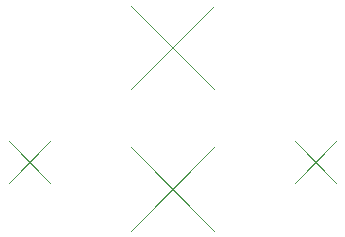
<source format=gbr>
%TF.GenerationSoftware,KiCad,Pcbnew,9.0.0*%
%TF.CreationDate,2025-03-01T15:32:50-05:00*%
%TF.ProjectId,mPCIE-to-M_2_E-Key,6d504349-452d-4746-9f2d-4d5f325f452d,rev?*%
%TF.SameCoordinates,Original*%
%TF.FileFunction,AssemblyDrawing,Bot*%
%FSLAX46Y46*%
G04 Gerber Fmt 4.6, Leading zero omitted, Abs format (unit mm)*
G04 Created by KiCad (PCBNEW 9.0.0) date 2025-03-01 15:32:50*
%MOMM*%
%LPD*%
G01*
G04 APERTURE LIST*
%ADD10C,0.100000*%
G04 APERTURE END LIST*
D10*
X130325000Y-80725000D02*
X137375000Y-87775000D01*
X130325000Y-87775000D02*
X137375000Y-80725000D01*
X120000000Y-80200000D02*
X123500000Y-83700000D01*
X120000000Y-83700000D02*
X123500000Y-80200000D01*
X130325000Y-68725000D02*
X137375000Y-75775000D01*
X130325000Y-75775000D02*
X137375000Y-68725000D01*
X144200000Y-80200000D02*
X147700000Y-83700000D01*
X144200000Y-83700000D02*
X147700000Y-80200000D01*
M02*

</source>
